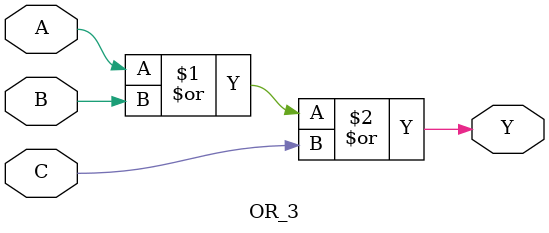
<source format=v>
module OR_3(
    input wire A,
    input wire B,
    input wire C,
    output wire Y
  );

  assign Y = A | B | C;
endmodule

</source>
